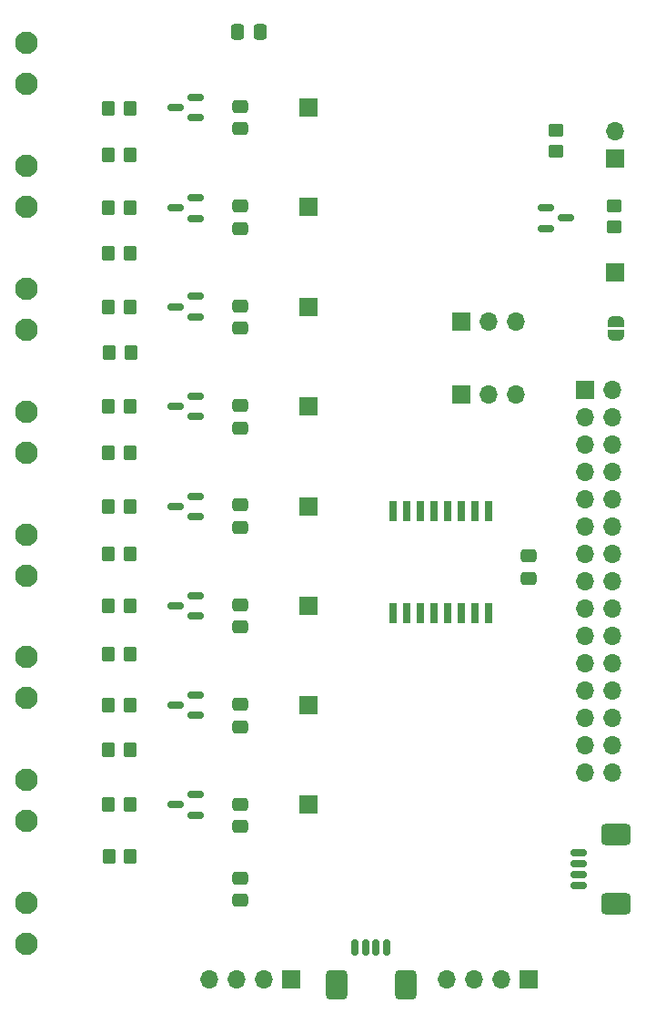
<source format=gbr>
%TF.GenerationSoftware,KiCad,Pcbnew,9.0.6*%
%TF.CreationDate,2025-11-26T11:14:55+11:00*%
%TF.ProjectId,v8_equip_dig_in_non_iso,76385f65-7175-4697-905f-6469675f696e,rev?*%
%TF.SameCoordinates,Original*%
%TF.FileFunction,Soldermask,Top*%
%TF.FilePolarity,Negative*%
%FSLAX46Y46*%
G04 Gerber Fmt 4.6, Leading zero omitted, Abs format (unit mm)*
G04 Created by KiCad (PCBNEW 9.0.6) date 2025-11-26 11:14:55*
%MOMM*%
%LPD*%
G01*
G04 APERTURE LIST*
G04 Aperture macros list*
%AMRoundRect*
0 Rectangle with rounded corners*
0 $1 Rounding radius*
0 $2 $3 $4 $5 $6 $7 $8 $9 X,Y pos of 4 corners*
0 Add a 4 corners polygon primitive as box body*
4,1,4,$2,$3,$4,$5,$6,$7,$8,$9,$2,$3,0*
0 Add four circle primitives for the rounded corners*
1,1,$1+$1,$2,$3*
1,1,$1+$1,$4,$5*
1,1,$1+$1,$6,$7*
1,1,$1+$1,$8,$9*
0 Add four rect primitives between the rounded corners*
20,1,$1+$1,$2,$3,$4,$5,0*
20,1,$1+$1,$4,$5,$6,$7,0*
20,1,$1+$1,$6,$7,$8,$9,0*
20,1,$1+$1,$8,$9,$2,$3,0*%
%AMFreePoly0*
4,1,23,0.500000,-0.750000,0.000000,-0.750000,0.000000,-0.745722,-0.065263,-0.745722,-0.191342,-0.711940,-0.304381,-0.646677,-0.396677,-0.554381,-0.461940,-0.441342,-0.495722,-0.315263,-0.495722,-0.250000,-0.500000,-0.250000,-0.500000,0.250000,-0.495722,0.250000,-0.495722,0.315263,-0.461940,0.441342,-0.396677,0.554381,-0.304381,0.646677,-0.191342,0.711940,-0.065263,0.745722,0.000000,0.745722,
0.000000,0.750000,0.500000,0.750000,0.500000,-0.750000,0.500000,-0.750000,$1*%
%AMFreePoly1*
4,1,23,0.000000,0.745722,0.065263,0.745722,0.191342,0.711940,0.304381,0.646677,0.396677,0.554381,0.461940,0.441342,0.495722,0.315263,0.495722,0.250000,0.500000,0.250000,0.500000,-0.250000,0.495722,-0.250000,0.495722,-0.315263,0.461940,-0.441342,0.396677,-0.554381,0.304381,-0.646677,0.191342,-0.711940,0.065263,-0.745722,0.000000,-0.745722,0.000000,-0.750000,-0.500000,-0.750000,
-0.500000,0.750000,0.000000,0.750000,0.000000,0.745722,0.000000,0.745722,$1*%
G04 Aperture macros list end*
%ADD10RoundRect,0.250000X0.350000X0.450000X-0.350000X0.450000X-0.350000X-0.450000X0.350000X-0.450000X0*%
%ADD11RoundRect,0.150000X0.587500X0.150000X-0.587500X0.150000X-0.587500X-0.150000X0.587500X-0.150000X0*%
%ADD12FreePoly0,270.000000*%
%ADD13FreePoly1,270.000000*%
%ADD14RoundRect,0.150000X-0.587500X-0.150000X0.587500X-0.150000X0.587500X0.150000X-0.587500X0.150000X0*%
%ADD15RoundRect,0.250000X-0.475000X0.337500X-0.475000X-0.337500X0.475000X-0.337500X0.475000X0.337500X0*%
%ADD16R,1.700000X1.700000*%
%ADD17C,2.100000*%
%ADD18RoundRect,0.250000X0.475000X-0.337500X0.475000X0.337500X-0.475000X0.337500X-0.475000X-0.337500X0*%
%ADD19O,1.700000X1.700000*%
%ADD20RoundRect,0.150000X-0.150000X-0.625000X0.150000X-0.625000X0.150000X0.625000X-0.150000X0.625000X0*%
%ADD21RoundRect,0.416666X-0.583334X-0.970834X0.583334X-0.970834X0.583334X0.970834X-0.583334X0.970834X0*%
%ADD22RoundRect,0.250000X0.450000X-0.350000X0.450000X0.350000X-0.450000X0.350000X-0.450000X-0.350000X0*%
%ADD23RoundRect,0.250000X-0.337500X-0.475000X0.337500X-0.475000X0.337500X0.475000X-0.337500X0.475000X0*%
%ADD24RoundRect,0.150000X0.625000X-0.150000X0.625000X0.150000X-0.625000X0.150000X-0.625000X-0.150000X0*%
%ADD25RoundRect,0.416666X0.970834X-0.583334X0.970834X0.583334X-0.970834X0.583334X-0.970834X-0.583334X0*%
%ADD26R,0.650000X1.950000*%
G04 APERTURE END LIST*
D10*
%TO.C,R15*%
X12607800Y-52730400D03*
X10607800Y-52730400D03*
%TD*%
D11*
%TO.C,D3*%
X18717500Y-30678200D03*
X18717500Y-28778200D03*
X16842500Y-29728200D03*
%TD*%
D12*
%TO.C,JP3*%
X57810400Y-31100000D03*
D13*
X57810400Y-32400000D03*
%TD*%
D14*
%TO.C,D9*%
X51335700Y-20538400D03*
X51335700Y-22438400D03*
X53210700Y-21488400D03*
%TD*%
D15*
%TO.C,C9*%
X22860000Y-75949900D03*
X22860000Y-78024900D03*
%TD*%
D16*
%TO.C,J16*%
X29210000Y-75996800D03*
%TD*%
%TO.C,J9*%
X29210000Y-11192332D03*
%TD*%
D17*
%TO.C,J3*%
X3000000Y-31873370D03*
X3000000Y-28063370D03*
%TD*%
D18*
%TO.C,C10*%
X22885400Y-84882900D03*
X22885400Y-82807900D03*
%TD*%
D16*
%TO.C,JP2*%
X43408600Y-37846000D03*
D19*
X45948600Y-37846000D03*
X48488600Y-37846000D03*
%TD*%
D16*
%TO.C,J17*%
X54991000Y-37465000D03*
D19*
X57531000Y-37465000D03*
X54991000Y-40005000D03*
X57531000Y-40005000D03*
X54991000Y-42545000D03*
X57531000Y-42545000D03*
X54991000Y-45085000D03*
X57531000Y-45085000D03*
X54991000Y-47625000D03*
X57531000Y-47625000D03*
X54991000Y-50165000D03*
X57531000Y-50165000D03*
X54991000Y-52705000D03*
X57531000Y-52705000D03*
X54991000Y-55245000D03*
X57531000Y-55245000D03*
X54991000Y-57785000D03*
X57531000Y-57785000D03*
X54991000Y-60325000D03*
X57531000Y-60325000D03*
X54991000Y-62865000D03*
X57531000Y-62865000D03*
X54991000Y-65405000D03*
X57531000Y-65405000D03*
X54991000Y-67945000D03*
X57531000Y-67945000D03*
X54991000Y-70485000D03*
X57531000Y-70485000D03*
X54991000Y-73025000D03*
X57531000Y-73025000D03*
%TD*%
D10*
%TO.C,R12*%
X12633200Y-24739600D03*
X10633200Y-24739600D03*
%TD*%
D16*
%TO.C,J10*%
X29210000Y-20472400D03*
%TD*%
D11*
%TO.C,D5*%
X18717500Y-49249500D03*
X18717500Y-47349500D03*
X16842500Y-48299500D03*
%TD*%
D16*
%TO.C,J11*%
X29210000Y-29743400D03*
%TD*%
D10*
%TO.C,R5*%
X12633200Y-48285400D03*
X10633200Y-48285400D03*
%TD*%
%TO.C,R6*%
X12633200Y-57556400D03*
X10633200Y-57556400D03*
%TD*%
D17*
%TO.C,J8*%
X3000000Y-88950800D03*
X3000000Y-85140800D03*
%TD*%
D10*
%TO.C,R14*%
X12633200Y-43307000D03*
X10633200Y-43307000D03*
%TD*%
D15*
%TO.C,C5*%
X22860000Y-38909442D03*
X22860000Y-40984442D03*
%TD*%
D11*
%TO.C,D2*%
X18694400Y-21508800D03*
X18694400Y-19608800D03*
X16819400Y-20558800D03*
%TD*%
D18*
%TO.C,C11*%
X49682400Y-54987100D03*
X49682400Y-52912100D03*
%TD*%
D17*
%TO.C,J4*%
X3000000Y-43288855D03*
X3000000Y-39478855D03*
%TD*%
D16*
%TO.C,JP1*%
X43408600Y-31140400D03*
D19*
X45948600Y-31140400D03*
X48488600Y-31140400D03*
%TD*%
D17*
%TO.C,J1*%
X3000000Y-9042400D03*
X3000000Y-5232400D03*
%TD*%
D11*
%TO.C,D8*%
X18717500Y-76972200D03*
X18717500Y-75072200D03*
X16842500Y-76022200D03*
%TD*%
D15*
%TO.C,C3*%
X22860000Y-20389214D03*
X22860000Y-22464214D03*
%TD*%
D20*
%TO.C,CON2*%
X33526600Y-89313000D03*
X34526600Y-89313000D03*
X35526600Y-89313000D03*
X36526600Y-89313000D03*
D21*
X31826200Y-92735400D03*
X38277800Y-92735400D03*
%TD*%
D10*
%TO.C,R11*%
X12607800Y-15646400D03*
X10607800Y-15646400D03*
%TD*%
D17*
%TO.C,J6*%
X3000000Y-66119825D03*
X3000000Y-62309825D03*
%TD*%
D11*
%TO.C,D7*%
X18717500Y-67703210D03*
X18717500Y-65803210D03*
X16842500Y-66753210D03*
%TD*%
D10*
%TO.C,R13*%
X12684000Y-34010600D03*
X10684000Y-34010600D03*
%TD*%
%TO.C,R18*%
X12658600Y-80772000D03*
X10658600Y-80772000D03*
%TD*%
%TO.C,R4*%
X12633200Y-39014400D03*
X10633200Y-39014400D03*
%TD*%
D15*
%TO.C,C8*%
X22860000Y-66689784D03*
X22860000Y-68764784D03*
%TD*%
D16*
%TO.C,CON3*%
X49733200Y-92202000D03*
D19*
X47193200Y-92202000D03*
X44653200Y-92202000D03*
X42113200Y-92202000D03*
%TD*%
D10*
%TO.C,R7*%
X12633200Y-66751200D03*
X10633200Y-66751200D03*
%TD*%
%TO.C,R1*%
X12633200Y-11277600D03*
X10633200Y-11277600D03*
%TD*%
%TO.C,R3*%
X12633200Y-29743400D03*
X10633200Y-29743400D03*
%TD*%
D16*
%TO.C,J12*%
X29210000Y-38989000D03*
%TD*%
D17*
%TO.C,J7*%
X3000000Y-77535310D03*
X3000000Y-73725310D03*
%TD*%
D16*
%TO.C,CON1*%
X27635200Y-92227400D03*
D19*
X25095200Y-92227400D03*
X22555200Y-92227400D03*
X20015200Y-92227400D03*
%TD*%
D11*
%TO.C,D6*%
X18717500Y-58491200D03*
X18717500Y-56591200D03*
X16842500Y-57541200D03*
%TD*%
D16*
%TO.C,J19*%
X57785000Y-26568400D03*
%TD*%
%TO.C,J14*%
X29210000Y-57505600D03*
%TD*%
%TO.C,J15*%
X29210000Y-66751200D03*
%TD*%
D10*
%TO.C,R8*%
X12633200Y-76022200D03*
X10633200Y-76022200D03*
%TD*%
D22*
%TO.C,R10*%
X57708800Y-22336000D03*
X57708800Y-20336000D03*
%TD*%
D10*
%TO.C,R17*%
X12607800Y-70942200D03*
X10607800Y-70942200D03*
%TD*%
D17*
%TO.C,J2*%
X3000000Y-20457885D03*
X3000000Y-16647885D03*
%TD*%
D16*
%TO.C,J18*%
X57734200Y-15976600D03*
D19*
X57734200Y-13436600D03*
%TD*%
D15*
%TO.C,C4*%
X22860000Y-29649328D03*
X22860000Y-31724328D03*
%TD*%
D11*
%TO.C,D4*%
X18717500Y-39928800D03*
X18717500Y-38028800D03*
X16842500Y-38978800D03*
%TD*%
D22*
%TO.C,R9*%
X52273200Y-15300200D03*
X52273200Y-13300200D03*
%TD*%
D10*
%TO.C,R16*%
X12633200Y-62001400D03*
X10633200Y-62001400D03*
%TD*%
D15*
%TO.C,C2*%
X22860000Y-11129100D03*
X22860000Y-13204100D03*
%TD*%
D23*
%TO.C,C1*%
X22635300Y-4191000D03*
X24710300Y-4191000D03*
%TD*%
D10*
%TO.C,R2*%
X12633200Y-20548600D03*
X10633200Y-20548600D03*
%TD*%
D24*
%TO.C,CON4*%
X54388000Y-83491200D03*
X54388000Y-82491200D03*
X54388000Y-81491200D03*
X54388000Y-80491200D03*
D25*
X57810400Y-85191600D03*
X57810400Y-78740000D03*
%TD*%
D16*
%TO.C,J13*%
X29210000Y-48260000D03*
%TD*%
D11*
%TO.C,D1*%
X18715200Y-12176800D03*
X18715200Y-10276800D03*
X16840200Y-11226800D03*
%TD*%
D15*
%TO.C,C6*%
X22860000Y-48169556D03*
X22860000Y-50244556D03*
%TD*%
D26*
%TO.C,IC1*%
X45948600Y-48742000D03*
X44678600Y-48742000D03*
X43408600Y-48742000D03*
X42138600Y-48742000D03*
X40868600Y-48742000D03*
X39598600Y-48742000D03*
X38328600Y-48742000D03*
X37058600Y-48742000D03*
X37058600Y-58192000D03*
X38328600Y-58192000D03*
X39598600Y-58192000D03*
X40868600Y-58192000D03*
X42138600Y-58192000D03*
X43408600Y-58192000D03*
X44678600Y-58192000D03*
X45948600Y-58192000D03*
%TD*%
D17*
%TO.C,J5*%
X3000000Y-54704340D03*
X3000000Y-50894340D03*
%TD*%
D15*
%TO.C,C7*%
X22860000Y-57429670D03*
X22860000Y-59504670D03*
%TD*%
M02*

</source>
